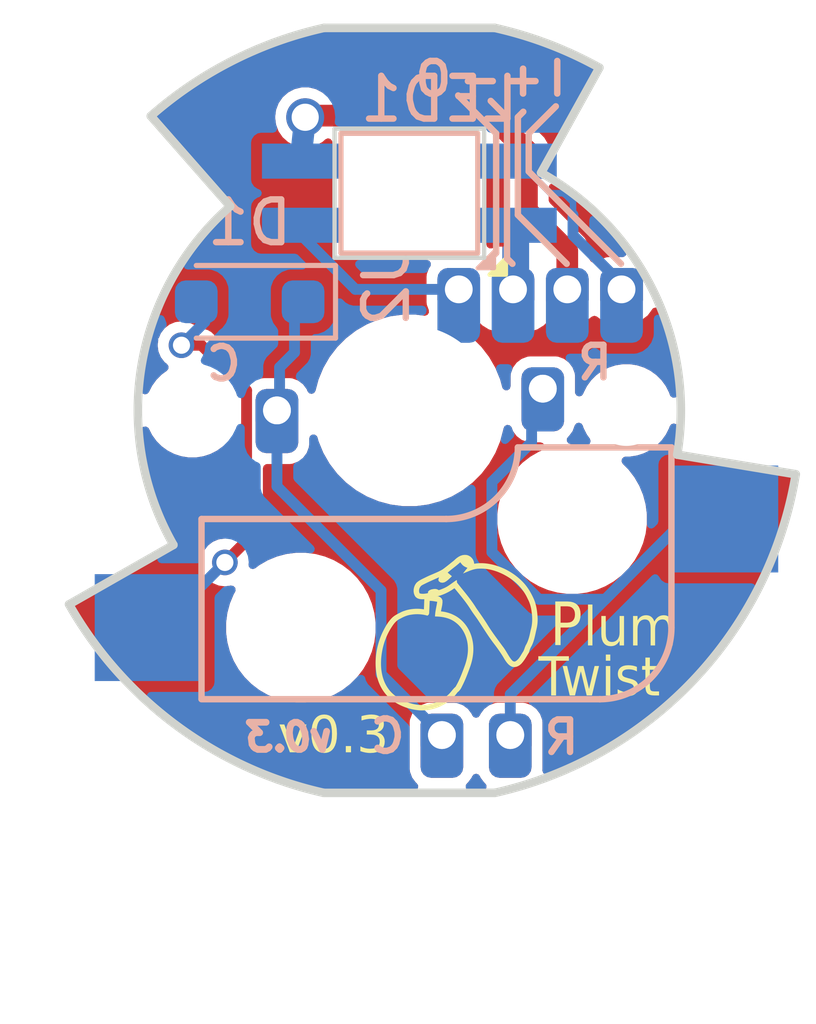
<source format=kicad_pcb>
(kicad_pcb (version 20240108) (generator "pcbnew") (generator_version "8.0")
  (layers (0 "F.Cu" signal) (31 "B.Cu" signal) (34 "B.Paste" user) (35 "F.Paste" user) (36 "B.SilkS" user "B.Silkscreen") (37 "F.SilkS" user "F.Silkscreen") (38 "B.Mask" user) (39 "F.Mask" user) (44 "Edge.Cuts" user))
  (net 0 "")
  (net 1 "/DIN")
  (net 2 "/DOUT")
  (net 3 "/C")
  (net 4 "/GND")
  (net 5 "/R")
  (net 6 "Net-(D1-Pad2)")
  (net 7 "/VDD")
  (footprint "modules:plum-kicad" (layer "F.Cu") (at 74.711129 172.098331)
    (property "Reference" "svg2mod" (hide yes))
    (property "Value" "G1" (hide yes))
    (fp_poly (pts (xy 1.219088 0.885771) (xy 1.171996 0.893194) (xy 1.12565 0.904725) (xy 1.079244 0.915927) (xy 1.077049 0.965019) (xy 1.075162 1.014123) (xy 1.07343 1.063233) (xy 1.071696 1.112343) (xy 1.069806 1.161446) (xy 1.067604 1.210536) (xy 1.020384 1.203787) (xy 0.972831 1.199352) (xy 0.92508 1.197255) (xy 0.877268 1.197521) (xy 0.829531 1.200174) (xy 0.782004 1.205238) (xy 0.734823 1.212738) (xy 0.688124 1.222698) (xy 0.642044 1.235143) (xy 0.596718 1.250097) (xy 0.552281 1.267584) (xy 0.507949 1.289943) (xy 0.463367 1.312399) (xy 0.419548 1.33619) (xy 0.377505 1.362555) (xy 0.33825 1.392732) (xy 0.302796 1.42796) (xy 0.269523 1.466175) (xy 0.238677 1.50624) (xy 0.209979 1.547881) (xy 0.183154 1.590825) (xy 0.157921 1.6348) (xy 0.134003 1.679533) (xy 0.111122 1.724751) (xy 0.088999 1.77018) (xy 0.068567 1.817392) (xy 0.049514 1.865224) (xy 0.031866 1.913626) (xy 0.015642 1.962551) (xy 0.000867 2.01195) (xy -0.012439 2.061774) (xy -0.024252 2.111975) (xy -0.03455 2.162504) (xy -0.043311 2.213314) (xy -0.050512 2.264356) (xy -0.056132 2.315581) (xy -0.060148 2.36694) (xy -0.062538 2.418387) (xy -0.063278 2.469871) (xy -0.062348 2.521345) (xy -0.059724 2.57276) (xy -0.055385 2.624068) (xy -0.049308 2.67522) (xy -0.04147 2.726169) (xy -0.031849 2.776864) (xy -0.020086 2.823625) (xy -0.006106 2.869824) (xy 0.010056 2.915341) (xy 0.028366 2.960055) (xy 0.048787 3.003845) (xy 0.071285 3.04659) (xy 0.095825 3.088168) (xy 0.122372 3.12846) (xy 0.15089 3.167345) (xy 0.181344 3.2047) (xy 0.2137 3.240406) (xy 0.247922 3.274341) (xy 0.283976 3.306384) (xy 0.321825 3.336415) (xy 0.361435 3.364312) (xy 0.403865 3.392042) (xy 0.447458 3.417852) (xy 0.492124 3.44174) (xy 0.537772 3.463705) (xy 0.584311 3.483747) (xy 0.63165 3.501863) (xy 0.679698 3.518052) (xy 0.728363 3.532314) (xy 0.777555 3.544646) (xy 0.827184 3.555048) (xy 0.877157 3.563518) (xy 0.927383 3.570054) (xy 0.977773 3.574657) (xy 0.994842 3.574984) (xy 0.994842 3.447912) (xy 0.942821 3.445069) (xy 0.89561 3.439317) (xy 0.848748 3.431296) (xy 0.802297 3.421121) (xy 0.756314 3.408906) (xy 0.710858 3.394765) (xy 0.665989 3.378813) (xy 0.621766 3.361166) (xy 0.578248 3.341936) (xy 0.535494 3.321239) (xy 0.494621 3.298664) (xy 0.454452 3.273871) (xy 0.415267 3.246907) (xy 0.377345 3.21782) (xy 0.340964 3.186657) (xy 0.306404 3.153464) (xy 0.273943 3.11829) (xy 0.243861 3.081181) (xy 0.216437 3.042184) (xy 0.190343 3.000359) (xy 0.166963 2.957074) (xy 0.146208 2.9125) (xy 0.12799 2.86681) (xy 0.112219 2.820176) (xy 0.098805 2.77277) (xy 0.087661 2.724765) (xy 0.078696 2.676333) (xy 0.071822 2.627646) (xy 0.067515 2.583538) (xy 0.06474 2.53829) (xy 0.063467 2.49224) (xy 0.063665 2.445722) (xy 0.065304 2.399074) (xy 0.068353 2.352632) (xy 0.072781 2.306733) (xy 0.078843 2.258548) (xy 0.086231 2.210758) (xy 0.094964 2.163365) (xy 0.105062 2.116365) (xy 0.116542 2.069759) (xy 0.129424 2.023545) (xy 0.143726 1.977723) (xy 0.159467 1.932291) (xy 0.176665 1.887248) (xy 0.19738 1.83792) (xy 0.219339 1.790209) (xy 0.242762 1.743762) (xy 0.267871 1.698224) (xy 0.294887 1.653241) (xy 0.324031 1.608459) (xy 0.349478 1.570948) (xy 0.377452 1.535058) (xy 0.408233 1.501705) (xy 0.442104 1.471806) (xy 0.479344 1.446276) (xy 0.520235 1.426031) (xy 0.56053 1.404408) (xy 0.601846 1.384616) (xy 0.644178 1.367203) (xy 0.687522 1.352714) (xy 0.731873 1.341698) (xy 0.777228 1.334702) (xy 0.824047 1.328636) (xy 0.871122 1.325189) (xy 0.918312 1.324343) (xy 0.965479 1.326084) (xy 1.012483 1.330394) (xy 1.059184 1.337258) (xy 1.105443 1.34666) (xy 1.151119 1.358583) (xy 1.179767 1.335267) (xy 1.191118 1.300276) (xy 1.191855 1.262693) (xy 1.194854 1.212605) (xy 1.197055 1.162438) (xy 1.198917 1.112247) (xy 1.2009 1.06209) (xy 1.203463 1.012021) (xy 1.247766 1.013983) (xy 1.291721 1.019551) (xy 1.335493 1.026843) (xy 1.379244 1.033974) (xy 1.371137 1.082985) (xy 1.361947 1.131856) (xy 1.352453 1.180688) (xy 1.343431 1.229582) (xy 1.33566 1.278639) (xy 1.329917 1.32796) (xy 1.326979 1.377646) (xy 1.377777 1.378967) (xy 1.428786 1.382373) (xy 1.479707 1.388132) (xy 1.530243 1.396511) (xy 1.580095 1.407777) (xy 1.628968 1.422199) (xy 1.676562 1.440043) (xy 1.72258 1.461577) (xy 1.766724 1.487069) (xy 1.808697 1.516786) (xy 1.848071 1.5484) (xy 1.884889 1.583256) (xy 1.918982 1.620866) (xy 1.950183 1.660741) (xy 1.978325 1.702394) (xy 2.00324 1.745335) (xy 2.02476 1.789078) (xy 2.043153 1.832861) (xy 2.058913 1.877535) (xy 2.072011 1.92289) (xy 2.082419 1.968715) (xy 2.090106 2.014803) (xy 2.095043 2.060943) (xy 2.098224 2.111609) (xy 2.098444 2.161922) (xy 2.095888 2.211914) (xy 2.09074 2.261617) (xy 2.083182 2.311064) (xy 2.0734 2.360286) (xy 2.061575 2.409317) (xy 2.047893 2.458188) (xy 2.032536 2.506932) (xy 2.015189 2.554511) (xy 1.997635 2.602248) (xy 1.97974 2.650038) (xy 1.961373 2.697774) (xy 1.942401 2.745353) (xy 1.922692 2.792669) (xy 1.902114 2.839617) (xy 1.880534 2.886093) (xy 1.85782 2.93199) (xy 1.833841 2.977204) (xy 1.808463 3.02163) (xy 1.774545 3.053563) (xy 1.743407 3.088156) (xy 1.713574 3.123999) (xy 1.683565 3.159684) (xy 1.651905 3.193804) (xy 1.617114 3.224949) (xy 1.580463 3.255232) (xy 1.54229 3.28344) (xy 1.50272 3.309537) (xy 1.461875 3.333489) (xy 1.419881 3.355261) (xy 1.37686 3.374819) (xy 1.332936 3.392128) (xy 1.288234 3.407154) (xy 1.242876 3.419862) (xy 1.196988 3.430217) (xy 1.146558 3.439023) (xy 1.096318 3.4449) (xy 1.045877 3.44786) (xy 0.994842 3.447912) (xy 0.994842 3.574984) (xy 1.028379 3.575626) (xy 1.078938 3.573988) (xy 1.129341 3.56979) (xy 1.179473 3.563081) (xy 1.229224 3.553906) (xy 1.278481 3.542314) (xy 1.327131 3.528352) (xy 1.375063 3.512067) (xy 1.422164 3.493507) (xy 1.468323 3.472719) (xy 1.513427 3.44975) (xy 1.557364 3.424648) (xy 1.600021 3.397461) (xy 1.641287 3.368235) (xy 1.68105 3.337017) (xy 1.719197 3.303857) (xy 1.755616 3.268799) (xy 1.790195 3.231893) (xy 1.822822 3.193186) (xy 1.853385 3.152724) (xy 1.888377 3.122967) (xy 1.917447 3.087832) (xy 1.941637 3.048921) (xy 1.961994 3.00784) (xy 1.985462 2.960765) (xy 2.007892 2.913211) (xy 2.029378 2.865228) (xy 2.050013 2.816867) (xy 2.069891 2.76818) (xy 2.089105 2.719216) (xy 2.10775 2.670027) (xy 2.125919 2.620664) (xy 2.143706 2.571177) (xy 2.161205 2.521618) (xy 2.176307 2.472417) (xy 2.189594 2.422603) (xy 2.200961 2.372274) (xy 2.210307 2.321527) (xy 2.217526 2.270456) (xy 2.222516 2.21916) (xy 2.225173 2.167735) (xy 2.225393 2.116277) (xy 2.223074 2.064883) (xy 2.218112 2.01365) (xy 2.210402 1.962673) (xy 2.199843 1.912051) (xy 2.187915 1.864911) (xy 2.173392 1.818404) (xy 2.15633 1.772697) (xy 2.136785 1.727954) (xy 2.114813 1.684341) (xy 2.090471 1.642022) (xy 2.063813 1.601165) (xy 2.034897 1.561932) (xy 2.003778 1.524491) (xy 1.970513 1.489007) (xy 1.935157 1.455644) (xy 1.897766 1.424568) (xy 1.858397 1.395945) (xy 1.817106 1.369939) (xy 1.773948 1.346716) (xy 1.732497 1.326948) (xy 1.69001 1.309516) (xy 1.646624 1.294453) (xy 1.602476 1.28179) (xy 1.557702 1.271556) (xy 1.512439 1.263785) (xy 1.466822 1.258505) (xy 1.476498 1.207203) (xy 1.487449 1.155842) (xy 1.497121 1.104314) (xy 1.502961 1.052512) (xy 1.502415 1.000328) (xy 1.48252 0.957513) (xy 1.448306 0.925477) (xy 1.40507 0.906247) (xy 1.358108 0.901849) (xy 1.311995 0.894237) (xy 1.265743 0.887636) (xy 1.219088 0.885771)) (fill solid) (layer "F.SilkS"))
    (fp_poly (pts (xy 2.025885 -0.063292) (xy 1.97486 -0.058457) (xy 1.926872 -0.043527) (xy 1.881833 -0.020566) (xy 1.839657 0.00836) (xy 1.800255 0.041187) (xy 1.763541 0.075849) (xy 1.726624 0.104661) (xy 1.689933 0.1338) (xy 1.653331 0.163069) (xy 1.616681 0.192268) (xy 1.579847 0.221201) (xy 1.542692 0.24967) (xy 1.505078 0.277477) (xy 1.46153 0.301685) (xy 1.41709 0.32405) (xy 1.371975 0.345022) (xy 1.326399 0.365049) (xy 1.280579 0.384581) (xy 1.234729 0.404065) (xy 1.189065 0.423952) (xy 1.143802 0.444691) (xy 1.099155 0.46673) (xy 1.055907 0.4875) (xy 1.012574 0.508794) (xy 0.970343 0.531988) (xy 0.930404 0.558456) (xy 0.893942 0.589576) (xy 0.868067 0.625459) (xy 0.848035 0.665296) (xy 0.834223 0.707887) (xy 0.827006 0.75203) (xy 0.826762 0.796527) (xy 0.833867 0.840177) (xy 0.848697 0.88178) (xy 0.871628 0.920136) (xy 0.910326 0.950359) (xy 0.955086 0.96731) (xy 1.00347 0.97428) (xy 1.053039 0.974565) (xy 1.101356 0.971457) (xy 1.143662 0.9665) (xy 1.185014 0.956495) (xy 1.225258 0.942629) (xy 1.264241 0.926085) (xy 1.314414 0.919799) (xy 1.363991 0.910487) (xy 1.41292 0.89835) (xy 1.461149 0.883592) (xy 1.508628 0.866414) (xy 1.555305 0.84702) (xy 1.60113 0.825613) (xy 1.64605 0.802394) (xy 1.690015 0.777566) (xy 1.732973 0.751333) (xy 1.759691 0.731944) (xy 1.785014 0.71859) (xy 1.81728 0.758099) (xy 1.849644 0.797556) (xy 1.882006 0.837033) (xy 1.914263 0.876601) (xy 1.946314 0.916334) (xy 1.978057 0.956302) (xy 2.00939 0.996578) (xy 2.040213 1.037234) (xy 2.070422 1.078341) (xy 2.099918 1.119971) (xy 2.128597 1.162197) (xy 2.156358 1.20509) (xy 2.183383 1.247553) (xy 2.211701 1.289129) (xy 2.240834 1.330147) (xy 2.270304 1.370938) (xy 2.299634 1.411832) (xy 2.328346 1.453159) (xy 2.355962 1.495251) (xy 2.383138 1.536828) (xy 2.410178 1.578503) (xy 2.437154 1.620227) (xy 2.464138 1.661949) (xy 2.491201 1.703618) (xy 2.518414 1.745185) (xy 2.54585 1.786598) (xy 2.573578 1.827808) (xy 2.601672 1.868764) (xy 2.630203 1.909416) (xy 2.659241 1.949713) (xy 2.688858 1.989605) (xy 2.719127 2.029042) (xy 2.750914 2.071276) (xy 2.782262 2.113846) (xy 2.813068 2.156806) (xy 2.843228 2.20021) (xy 2.872638 2.244113) (xy 2.901196 2.28857) (xy 2.928797 2.333636) (xy 2.955338 2.379364) (xy 2.983232 2.421864) (xy 3.014061 2.46317) (xy 3.048797 2.500852) (xy 3.088408 2.532479) (xy 3.133865 2.55562) (xy 3.181629 2.561762) (xy 3.196948 2.559663) (xy 3.196948 2.433308) (xy 3.153669 2.424947) (xy 3.120989 2.393452) (xy 3.093385 2.357255) (xy 3.065861 2.316444) (xy 3.039788 2.274643) (xy 3.014415 2.232334) (xy 2.98899 2.189996) (xy 2.962762 2.14811) (xy 2.934978 2.107156) (xy 2.904888 2.067615) (xy 2.873991 2.025456) (xy 2.842996 1.983352) (xy 2.811985 1.941248) (xy 2.781041 1.899091) (xy 2.750244 1.856826) (xy 2.719678 1.8144) (xy 2.689424 1.771759) (xy 2.659564 1.728848) (xy 2.63018 1.685613) (xy 2.601353 1.642001) (xy 2.573165 1.597958) (xy 2.545699 1.553429) (xy 2.518787 1.511444) (xy 2.491453 1.469735) (xy 2.463755 1.428266) (xy 2.435753 1.387002) (xy 2.407503 1.345906) (xy 2.379065 1.304943) (xy 2.350498 1.264077) (xy 2.321859 1.223272) (xy 2.293208 1.182492) (xy 2.266704 1.140101) (xy 2.239298 1.098345) (xy 2.211082 1.057164) (xy 2.182147 1.016495) (xy 2.152582 0.976274) (xy 2.12248 0.936441) (xy 2.091929 0.896932) (xy 2.061022 0.857686) (xy 2.029848 0.81864) (xy 1.998499 0.779731) (xy 1.967065 0.740897) (xy 1.935636 0.702076) (xy 1.904304 0.663206) (xy 1.873159 0.624224) (xy 1.842291 0.585068) (xy 1.840249 0.550582) (xy 1.836911 0.523662) (xy 1.797361 0.549035) (xy 1.758706 0.575904) (xy 1.720472 0.603466) (xy 1.682185 0.630916) (xy 1.643368 0.657451) (xy 1.603547 0.682266) (xy 1.562246 0.704558) (xy 1.518991 0.723523) (xy 1.484127 0.737781) (xy 1.449087 0.751533) (xy 1.414401 0.762099) (xy 1.374216 0.740153) (xy 1.329423 0.732592) (xy 1.283737 0.736913) (xy 1.237857 0.746372) (xy 1.195473 0.765795) (xy 1.161979 0.798193) (xy 1.166757 0.822718) (xy 1.150729 0.835068) (xy 1.104878 0.842563) (xy 1.058454 0.847296) (xy 1.012132 0.846482) (xy 0.966588 0.837333) (xy 0.95464 0.79779) (xy 0.954324 0.756746) (xy 0.964669 0.716938) (xy 0.984705 0.6811) (xy 1.013459 0.651972) (xy 1.049961 0.632287) (xy 1.095937 0.609396) (xy 1.142187 0.58706) (xy 1.188667 0.565208) (xy 1.235331 0.543771) (xy 1.282134 0.522678) (xy 1.329029 0.501861) (xy 1.375972 0.481248) (xy 1.422916 0.460771) (xy 1.411661 0.492723) (xy 1.405509 0.525778) (xy 1.41798 0.555403) (xy 1.456676 0.582404) (xy 1.502861 0.588769) (xy 1.549812 0.578287) (xy 1.590811 0.554745) (xy 1.62604 0.527605) (xy 1.65921 0.497995) (xy 1.691304 0.467134) (xy 1.723307 0.436239) (xy 1.689966 0.408123) (xy 1.656637 0.379993) (xy 1.623307 0.351864) (xy 1.659412 0.321103) (xy 1.696171 0.291131) (xy 1.733337 0.261654) (xy 1.770664 0.232377) (xy 1.807907 0.203007) (xy 1.844818 0.173249) (xy 1.881154 0.14281) (xy 1.916666 0.111396) (xy 1.917682 0.111084) (xy 1.919791 0.111396) (xy 1.945136 0.144383) (xy 1.972726 0.176244) (xy 2.007385 0.20315) (xy 2.046014 0.224072) (xy 2.086822 0.24038) (xy 2.060303 0.27322) (xy 2.034006 0.306235) (xy 2.007984 0.339468) (xy 1.982291 0.372958) (xy 2.029048 0.353707) (xy 2.075896 0.333967) (xy 2.122977 0.31469) (xy 2.170435 0.296829) (xy 2.218409 0.281338) (xy 2.267043 0.26917) (xy 2.316479 0.261276) (xy 2.366858 0.258611) (xy 2.416923 0.258078) (xy 2.466774 0.260107) (xy 2.516354 0.264599) (xy 2.565612 0.27146) (xy 2.614491 0.280591) (xy 2.662939 0.291896) (xy 2.710901 0.305278) (xy 2.758323 0.320641) (xy 2.805151 0.337887) (xy 2.851331 0.356921) (xy 2.896809 0.377645) (xy 2.94153 0.399962) (xy 2.98544 0.423777) (xy 3.028486 0.448991) (xy 3.070614 0.475509) (xy 3.111768 0.503234) (xy 3.152635 0.533481) (xy 3.192215 0.565428) (xy 3.230418 0.59902) (xy 3.267157 0.634204) (xy 3.302345 0.670926) (xy 3.335892 0.709134) (xy 3.367712 0.748772) (xy 3.397715 0.789789) (xy 3.425815 0.83213) (xy 3.451923 0.875741) (xy 3.475952 0.920569) (xy 3.497813 0.966561) (xy 3.518895 1.008837) (xy 3.537181 1.052272) (xy 3.552786 1.096704) (xy 3.565823 1.14197) (xy 3.576406 1.187909) (xy 3.584647 1.234357) (xy 3.590662 1.281153) (xy 3.596983 1.333199) (xy 3.600987 1.38552) (xy 3.602513 1.437967) (xy 3.601403 1.490388) (xy 3.597495 1.542633) (xy 3.590631 1.594552) (xy 3.58065 1.645994) (xy 3.567393 1.69681) (xy 3.557543 1.743685) (xy 3.547333 1.790437) (xy 3.536235 1.836857) (xy 3.52372 1.88274) (xy 3.50926 1.927877) (xy 3.492327 1.972061) (xy 3.472392 2.015086) (xy 3.448927 2.056742) (xy 3.431593 2.098827) (xy 3.416862 2.142033) (xy 3.399868 2.184062) (xy 3.375745 2.222617) (xy 3.351447 2.262194) (xy 3.327039 2.302684) (xy 3.300952 2.342063) (xy 3.27162 2.378309) (xy 3.237474 2.409398) (xy 3.196948 2.433308) (xy 3.196948 2.559663) (xy 3.228233 2.555378) (xy 3.272558 2.538513) (xy 3.313484 2.513212) (xy 3.349892 2.481518) (xy 3.380664 2.445476) (xy 3.407645 2.409898) (xy 3.432804 2.373029) (xy 3.45669 2.33528) (xy 3.479851 2.29706) (xy 3.502838 2.25878) (xy 3.526197 2.220849) (xy 3.537855 2.179105) (xy 3.55228 2.138333) (xy 3.570011 2.098955) (xy 3.591588 2.061396) (xy 3.612707 2.015226) (xy 3.63051 1.967875) (xy 3.645638 1.919589) (xy 3.658735 1.870613) (xy 3.670441 1.821192) (xy 3.681401 1.771571) (xy 3.692255 1.721996) (xy 3.703646 1.672712) (xy 3.714309 1.623116) (xy 3.722288 1.57308) (xy 3.72755 1.522718) (xy 3.730061 1.472146) (xy 3.729789 1.421478) (xy 3.726702 1.370829) (xy 3.722617 1.320679) (xy 3.717274 1.270519) (xy 3.710421 1.220505) (xy 3.701801 1.170792) (xy 3.69116 1.121536) (xy 3.678244 1.072893) (xy 3.662799 1.025018) (xy 3.644569 0.978069) (xy 3.623301 0.9322) (xy 3.601822 0.888069) (xy 3.579125 0.844508) (xy 3.555124 0.801649) (xy 3.529733 0.759623) (xy 3.502865 0.718561) (xy 3.474433 0.678595) (xy 3.444351 0.639857) (xy 3.412534 0.602478) (xy 3.378893 0.566588) (xy 3.343479 0.531425) (xy 3.306857 0.497518) (xy 3.26908 0.464895) (xy 3.230199 0.433584) (xy 3.190267 0.403611) (xy 3.149335 0.375005) (xy 3.107456 0.347793) (xy 3.064681 0.322003) (xy 3.021063 0.297661) (xy 2.976653 0.274796) (xy 2.931503 0.253436) (xy 2.885666 0.233607) (xy 2.839193 0.215337) (xy 2.792136 0.198654) (xy 2.744547 0.183585) (xy 2.696479 0.170158) (xy 2.647983 0.1584) (xy 2.59829 0.148526) (xy 2.54817 0.140653) (xy 2.497741 0.134939) (xy 2.447122 0.131542) (xy 2.39643 0.13062) (xy 2.345784 0.132332) (xy 2.295303 0.136834) (xy 2.245104 0.144286) (xy 2.237621 0.097302) (xy 2.219729 0.053231) (xy 2.192906 0.01379) (xy 2.158632 -0.019301) (xy 2.118385 -0.044324) (xy 2.073643 -0.05956) (xy 2.025885 -0.063292)) (fill solid) (layer "F.SilkS"))
  )
  (footprint "modules:Kailh_MX_Socket-jlc" (layer "B.Cu") (at 75.438 172.466 180)
    (property "Reference" "S1" (hide yes))
    (property "Value" "MX1A" (hide yes))
    (fp_line (start 4.865 1.27) (end 4.865 -2.94) (stroke (width 0.15)) (layer "B.SilkS"))
    (fp_line (start 4.865 1.27) (end -0.865 1.27) (stroke (width 0.15)) (layer "B.SilkS"))
    (fp_line (start 4.865 -2.945) (end -4.46 -2.945) (stroke (width 0.15)) (layer "B.SilkS"))
    (fp_line (start -2.54 2.945) (end -6.135 2.945) (stroke (width 0.15)) (layer "B.SilkS"))
    (fp_line (start -6.135 2.945) (end -6.135 -1.27) (stroke (width 0.15)) (layer "B.SilkS"))
    (fp_arc (start -2.54 2.945) (mid -2.049404 1.760596) (end -0.865 1.27) (stroke (width 0.15)) (layer "B.SilkS"))
    (fp_arc (start -6.135 -1.27) (mid -5.644404 -2.454404) (end -4.46 -2.945) (stroke (width 0.15)) (layer "B.SilkS"))
    (pad "" np_thru_hole circle (at -5.08 3.81) (size 1.66 1.66) (drill 1.66) (layers "*.Cu" "*.Mask"))
    (pad "" np_thru_hole circle (at -3.81 1.27) (size 3 3) (drill 3) (layers "*.Cu" "*.Mask"))
    (pad "" np_thru_hole circle (at 0 3.81) (size 3.98018 3.98018) (drill 3.98018) (layers "*.Cu" "*.Mask"))
    (pad "" np_thru_hole circle (at 2.54 -1.27) (size 3 3) (drill 3) (layers "*.Cu" "*.Mask"))
    (pad "" np_thru_hole circle (at 5.08 3.81) (size 1.7 1.7) (drill 1.7) (layers "*.Cu" "*.Mask"))
    (pad "1" smd rect (at -7.36 1.27) (size 2.55 2.5) (layers "B.Cu" "B.Paste" "B.Mask") (net 5 "/R"))
    (pad "2" smd rect (at 6.09 -1.27) (size 2.55 2.5) (layers "B.Cu" "B.Paste" "B.Mask") (net 6 "Net-(D1-Pad2)"))
  )
  (footprint "modules:Header_1x04_P1.27mm" (layer "B.Cu") (at 76.595 165.825 -90)
    (property "Reference" "J2" (at 0 1.695 90) (layer "B.SilkS") (effects (justify mirror)))
    (property "Value" "Conn_01x04_Male")
    (pad "1" thru_hole roundrect (at 0 0 270) (size 1 1) (drill 0.65) (layers "*.Cu" "*.Mask") (net 2 "/DOUT"))
    (pad "1" smd roundrect (at 0 0 270) (size 1.75 1) (drill (offset 0.375 0)) (layers "B.Cu" "B.Paste" "B.Mask") (net 2 "/DOUT"))
    (pad "2" thru_hole roundrect (at 0 -1.27 270) (size 1 1) (drill 0.65) (layers "*.Cu" "*.Mask") (net 4 "/GND"))
    (pad "2" smd roundrect (at 0 -1.27 270) (size 1.75 1) (drill (offset 0.375 0)) (layers "B.Cu" "B.Paste" "B.Mask") (net 4 "/GND"))
    (pad "3" thru_hole roundrect (at 0 -2.54 270) (size 1 1) (drill 0.65) (layers "*.Cu" "*.Mask") (net 7 "/VDD"))
    (pad "3" smd roundrect (at 0 -2.54 270) (size 1.75 1) (drill (offset 0.375 0)) (layers "B.Cu" "B.Paste" "B.Mask") (net 7 "/VDD"))
    (pad "4" thru_hole roundrect (at 0 -3.81 270) (size 1 1) (drill 0.65) (layers "*.Cu" "*.Mask") (net 1 "/DIN"))
    (pad "4" smd roundrect (at 0 -3.81 270) (size 1.75 1) (drill (offset 0.375 0)) (layers "B.Cu" "B.Paste" "B.Mask") (net 1 "/DIN"))
  )
  (footprint "modules:Header_1x01_P1.27mm" (layer "B.Cu") (at 78.5622 168.148 -90)
    (property "Reference" "J6" (hide yes))
    (property "Value" "Conn_01x01_Male")
    (pad "1" thru_hole roundrect (at 0 0 270) (size 1 1) (drill 0.65) (layers "*.Cu" "*.Mask") (net 5 "/R"))
    (pad "1" thru_hole roundrect (at 0 0 270) (size 1.5 1) (drill 0.65 (offset 0.25 0)) (layers "*.Cu" "*.Mask") (net 5 "/R"))
  )
  (footprint "Diode_SMD:D_SOD-323_HandSoldering" (layer "B.Cu") (at 71.7 166.116 180)
    (property "Reference" "D1" (at 0 1.85 180) (layer "B.SilkS") (effects (justify mirror)))
    (property "Value" "1N4148W-7-F")
    (fp_line (start 1.25 0.85) (end -2.01 0.85) (stroke (width 0.12)) (layer "B.SilkS"))
    (fp_line (start 1.25 -0.85) (end -2.01 -0.85) (stroke (width 0.12)) (layer "B.SilkS"))
    (fp_line (start -2.01 -0.85) (end -2.01 0.85) (stroke (width 0.12)) (layer "B.SilkS"))
    (pad "1" smd roundrect (at -1.25 0 180) (size 1 1) (layers "B.Cu" "B.Paste" "B.Mask") (net 3 "/C"))
    (pad "2" smd roundrect (at 1.25 0 180) (size 1 1) (layers "B.Cu" "B.Paste" "B.Mask") (net 6 "Net-(D1-Pad2)"))
  )
  (footprint "modules:LED_SK6812MINI_E_PLCC4_3.2x2.8mm_Shine_Through" (layer "B.Cu") (at 75.438 163.576 180)
    (property "Reference" "LED1" (at -0.7 2.2 0) (layer "B.SilkS") (effects (justify mirror)))
    (property "Value" "SK6812MINI_E")
    (fp_line (start 1.6 1.4) (end -1.6 1.4) (stroke (width 0.12)) (layer "B.SilkS"))
    (fp_line (start 1.6 -1.4) (end 1.6 1.4) (stroke (width 0.12)) (layer "B.SilkS"))
    (fp_line (start -1.6 1.4) (end -1.6 -1.4) (stroke (width 0.12)) (layer "B.SilkS"))
    (fp_line (start -1.6 -1.4) (end 1.6 -1.4) (stroke (width 0.12)) (layer "B.SilkS"))
    (pad "1" smd rect (at 2.55 0.75 180) (size 1.8 0.82) (layers "B.Cu" "B.Paste" "B.Mask") (net 7 "/VDD"))
    (pad "2" smd rect (at 2.55 -0.75 180) (size 1.8 0.82) (layers "B.Cu" "B.Paste" "B.Mask") (net 2 "/DOUT"))
    (pad "3" smd rect (at -2.55 -0.75 180) (size 1.8 0.82) (layers "B.Cu" "B.Paste" "B.Mask") (net 4 "/GND"))
    (pad "4" smd rect (at -2.55 0.75 180) (size 1.8 0.82) (layers "B.Cu" "B.Paste" "B.Mask") (net 1 "/DIN"))
  )
  (footprint "modules:Header_1x01_P1.27mm" (layer "B.Cu") (at 77.8 176.25 -90)
    (property "Reference" "J6" (hide yes))
    (property "Value" "Conn_01x01_Male")
    (pad "1" thru_hole roundrect (at 0 0 270) (size 1 1) (drill 0.65) (layers "*.Cu" "*.Mask") (net 5 "/R"))
    (pad "1" thru_hole roundrect (at 0 0 270) (size 1.5 1) (drill 0.65 (offset 0.25 0)) (layers "*.Cu" "*.Mask") (net 5 "/R"))
  )
  (footprint "modules:Header_1x01_P1.27mm" (layer "B.Cu") (at 72.3392 168.656 -90)
    (property "Reference" "J6" (hide yes))
    (property "Value" "Conn_01x01_Male")
    (pad "1" thru_hole roundrect (at 0 0 270) (size 1 1) (drill 0.65) (layers "*.Cu" "*.Mask") (net 3 "/C"))
    (pad "1" thru_hole roundrect (at 0 0 270) (size 1.5 1) (drill 0.65 (offset 0.25 0)) (layers "*.Cu" "*.Mask") (net 3 "/C"))
  )
  (footprint "modules:Header_1x01_P1.27mm" (layer "B.Cu") (at 76.2 176.25 -90)
    (property "Reference" "J6" (hide yes))
    (property "Value" "Conn_01x01_Male")
    (pad "1" thru_hole roundrect (at 0 0 270) (size 1 1) (drill 0.65) (layers "*.Cu" "*.Mask") (net 3 "/C"))
    (pad "1" thru_hole roundrect (at 0 0 270) (size 1.5 1) (drill 0.65 (offset 0.25 0)) (layers "*.Cu" "*.Mask") (net 3 "/C"))
  )
  (gr_poly (pts (xy 77.4192 164.9476) (xy 77.0382 165.3286) (xy 77.4192 165.3286)) (stroke (width 0.1)) (fill solid) (layer "B.SilkS"))
  (gr_line (start 77.724 165.1) (end 77.851 165.227) (stroke (width 0.15)) (layer "B.SilkS"))
  (gr_line (start 77.216 165.227) (end 77.47 164.973) (stroke (width 0.15)) (layer "B.SilkS"))
  (gr_line (start 80.391 165.227) (end 78.232 163.068) (stroke (width 0.15)) (layer "B.SilkS"))
  (gr_line (start 77.47 162.179) (end 76.581 161.29) (stroke (width 0.15)) (layer "B.SilkS"))
  (gr_line (start 78.232 163.068) (end 78.232 162.179) (stroke (width 0.15)) (layer "B.SilkS"))
  (gr_line (start 78.105 161.671) (end 77.978 161.798) (stroke (width 0.15)) (layer "B.SilkS"))
  (gr_line (start 77.47 164.973) (end 77.47 162.179) (stroke (width 0.15)) (layer "B.SilkS"))
  (gr_line (start 78.232 162.179) (end 78.867 161.544) (stroke (width 0.15)) (layer "B.SilkS"))
  (gr_line (start 77.724 165.1) (end 77.724 161.798) (stroke (width 0.15)) (layer "B.SilkS"))
  (gr_line (start 77.724 161.798) (end 77.343 161.417) (stroke (width 0.15)) (layer "B.SilkS"))
  (gr_line (start 77.978 164.084) (end 77.978 161.798) (stroke (width 0.15)) (layer "B.SilkS"))
  (gr_line (start 79.121 165.227) (end 77.978 164.084) (stroke (width 0.15)) (layer "B.SilkS"))
  (gr_poly (pts (xy 77.6986 165.1) (xy 77.3176 165.481) (xy 77.6986 165.481)) (stroke (width 0.1)) (fill solid) (layer "F.SilkS"))
  (gr_line (start 73.687 162.0655) (end 73.687 165.0865) (stroke (width 0.1)) (layer "Edge.Cuts"))
  (gr_line (start 73.687 165.0865) (end 77.189 165.0865) (stroke (width 0.1)) (layer "Edge.Cuts"))
  (gr_line (start 77.189 165.0865) (end 77.189 162.0655) (stroke (width 0.1)) (layer "Edge.Cuts"))
  (gr_line (start 77.189 162.0655) (end 73.687 162.0655) (stroke (width 0.1)) (layer "Edge.Cuts"))
  (gr_arc (start 69.385712 161.771075) (mid 71.282052 160.485289) (end 73.438008 159.709916) (stroke (width 0.2)) (layer "Edge.Cuts"))
  (gr_arc (start 84.482418 170.149603) (mid 82.099805 174.953044) (end 77.437995 177.602084) (stroke (width 0.2)) (layer "Edge.Cuts"))
  (gr_line (start 81.708377 169.691495) (end 84.482418 170.149603) (stroke (width 0.2)) (layer "Edge.Cuts"))
  (gr_line (start 77.437995 177.602084) (end 73.438003 177.602084) (stroke (width 0.2)) (layer "Edge.Cuts"))
  (gr_line (start 77.437995 159.709916) (end 73.438008 159.709916) (stroke (width 0.2)) (layer "Edge.Cuts"))
  (gr_arc (start 73.438003 177.602084) (mid 69.98936 176.027889) (end 67.472544 173.192952) (stroke (width 0.2)) (layer "Edge.Cuts"))
  (gr_line (start 78.52201 163.099128) (end 79.886387 160.640748) (stroke (width 0.2)) (layer "Edge.Cuts"))
  (gr_arc (start 77.437995 159.709916) (mid 78.69561 160.087429) (end 79.886387 160.640748) (stroke (width 0.2)) (layer "Edge.Cuts"))
  (gr_line (start 69.915651 171.801411) (end 67.472544 173.192952) (stroke (width 0.2)) (layer "Edge.Cuts"))
  (gr_arc (start 78.52201 163.099128) (mid 81.159978 165.890324) (end 81.708377 169.691495) (stroke (width 0.2)) (layer "Edge.Cuts"))
  (gr_line (start 71.242024 163.882769) (end 69.385712 161.771075) (stroke (width 0.2)) (layer "Edge.Cuts"))
  (gr_arc (start 69.915651 171.801411) (mid 69.170009 167.606111) (end 71.242024 163.882769) (stroke (width 0.2)) (layer "Edge.Cuts"))
  (gr_text "v0.3" (at 72.644 176.3 0) (layer "B.SilkS") (effects (font (size 0.635 0.635) (thickness 0.15875) (italic yes)) (justify mirror)))
  (gr_text "C" (at 74.93 176.276 0) (layer "B.SilkS") (effects (font (size 0.762 0.762)) (justify mirror)))
  (gr_text "O" (at 76 160.9 0) (layer "B.SilkS") (effects (font (size 0.762 0.762) (thickness 0.1524)) (justify mirror)))
  (gr_text "R" (at 79.7814 167.5384 0) (layer "B.SilkS") (effects (font (size 0.762 0.762)) (justify mirror)))
  (gr_text "+" (at 78.1 160.9 0) (layer "B.SilkS") (effects (font (size 0.762 0.762) (thickness 0.1524)) (justify mirror)))
  (gr_text "C" (at 71.0946 167.5638 0) (layer "B.SilkS") (effects (font (size 0.762 0.762)) (justify mirror)))
  (gr_text "I" (at 78.9 160.9 0) (layer "B.SilkS") (effects (font (size 0.762 0.762)) (justify mirror)))
  (gr_text "-" (at 77.1 160.9 0) (layer "B.SilkS") (effects (font (size 0.762 0.762) (thickness 0.1524)) (justify mirror)))
  (gr_text "R" (at 79 176.3 0) (layer "B.SilkS") (effects (font (size 0.762 0.762)) (justify mirror)))
  (gr_text "lum" (at 79.51 173.78 0) (layer "F.SilkS") (effects (font (size 0.9 0.83)) (justify left)))
  (gr_text "v0.3" (at 73.66 176.3 0) (layer "F.SilkS") (effects (font (size 0.85 0.85) (thickness 0.15875) (italic yes))))
  (gr_text "Twist" (at 78.46 174.95 0) (layer "F.SilkS") (effects (font (size 0.9 0.83)) (justify left)))
  (gr_text "P" (at 78.73 173.73 0) (layer "F.SilkS") (effects (font (size 1 0.9)) (justify left)))
  (segment (start 77.99 162.826) (end 78.74 163.576) (width 0.1524) (layer "B.Cu") (net 1))
  (segment (start 79.269 163.787962) (end 79.269 164.084) (width 0.1524) (layer "B.Cu") (net 1))
  (segment (start 80.405 165.695704) (end 79.269 164.559704) (width 0.254) (layer "B.Cu") (net 1))
  (segment (start 79.269 164.559704) (end 79.269 164.084) (width 0.254) (layer "B.Cu") (net 1))
  (segment (start 77.988 162.826) (end 77.99 162.826) (width 0.1524) (layer "B.Cu") (net 1))
  (segment (start 79.033813 163.576) (end 79.103644 163.622606) (width 0.1524) (layer "B.Cu") (net 1))
  (segment (start 79.103644 163.622606) (end 79.269 163.787962) (width 0.1524) (layer "B.Cu") (net 1))
  (segment (start 78.74 163.576) (end 79.033813 163.576) (width 0.1524) (layer "B.Cu") (net 1))
  (segment (start 80.405 165.825) (end 80.405 165.695704) (width 0.254) (layer "B.Cu") (net 1))
  (segment (start 72.888 164.537816) (end 72.888 164.326) (width 0.254) (layer "B.Cu") (net 2))
  (segment (start 76.595 165.825) (end 74.175184 165.825) (width 0.254) (layer "B.Cu") (net 2))
  (segment (start 74.175184 165.825) (end 72.888 164.537816) (width 0.254) (layer "B.Cu") (net 2))
  (segment (start 74.775 172.8698) (end 74.775 174.825) (width 0.254) (layer "B.Cu") (net 3))
  (segment (start 72.4 167.65) (end 72.75 167.3) (width 0.254) (layer "B.Cu") (net 3))
  (segment (start 72.3392 170.434) (end 74.775 172.8698) (width 0.254) (layer "B.Cu") (net 3))
  (segment (start 76.2 176.25) (end 74.775 174.825) (width 0.254) (layer "B.Cu") (net 3))
  (segment (start 72.3392 168.4488) (end 72.3392 170.434) (width 0.254) (layer "B.Cu") (net 3))
  (segment (start 72.4 169.2) (end 72.4 167.65) (width 0.254) (layer "B.Cu") (net 3))
  (segment (start 72.75 167.3) (end 72.75 166.116) (width 0.254) (layer "B.Cu") (net 3))
  (segment (start 77.988 164.326) (end 77.988 165.702) (width 0.508) (layer "B.Cu") (net 4))
  (segment (start 77.988 165.702) (end 77.865 165.825) (width 0.508) (layer "B.Cu") (net 4))
  (segment (start 77.371 170.329) (end 78.3 169.4) (width 0.254) (layer "B.Cu") (net 5))
  (segment (start 81.902479 171.196) (end 80.449239 172.649239) (width 0.254) (layer "B.Cu") (net 5))
  (segment (start 77.8 175.298478) (end 80.449239 172.649239) (width 0.254) (layer "B.Cu") (net 5))
  (segment (start 80.025479 173.073) (end 78.470521 173.073) (width 0.254) (layer "B.Cu") (net 5))
  (segment (start 77.371 171.973479) (end 77.371 170.329) (width 0.254) (layer "B.Cu") (net 5))
  (segment (start 78.3 169.4) (end 78.3 168.5) (width 0.254) (layer "B.Cu") (net 5))
  (segment (start 82.798 171.196) (end 81.902479 171.196) (width 0.254) (layer "B.Cu") (net 5))
  (segment (start 77.8 176.25) (end 77.8 175.298478) (width 0.254) (layer "B.Cu") (net 5))
  (segment (start 80.449239 172.649239) (end 80.025479 173.073) (width 0.254) (layer "B.Cu") (net 5))
  (segment (start 78.470521 173.073) (end 77.371 171.973479) (width 0.254) (layer "B.Cu") (net 5))
  (segment (start 71.628 168.19076) (end 70.56924 167.132) (width 0.254) (layer "F.Cu") (net 6))
  (segment (start 71.628 171.704) (end 71.628 168.19076) (width 0.254) (layer "F.Cu") (net 6))
  (segment (start 71.12 172.212) (end 71.628 171.704) (width 0.254) (layer "F.Cu") (net 6))
  (segment (start 70.56924 167.132) (end 70.104 167.132) (width 0.254) (layer "F.Cu") (net 6))
  (via (at 70.104 167.132) (size 0.6) (drill 0.4) (layers "F.Cu" "B.Cu") (net 6))
  (via (at 71.12 172.212) (size 0.6) (drill 0.4) (layers "F.Cu" "B.Cu") (net 6))
  (segment (start 70.65 166.586) (end 70.104 167.132) (width 0.254) (layer "B.Cu") (net 6))
  (segment (start 69.596 173.736) (end 71.12 172.212) (width 0.254) (layer "B.Cu") (net 6))
  (segment (start 70.65 166.116) (end 70.65 166.586) (width 0.254) (layer "B.Cu") (net 6))
  (segment (start 69.348 173.736) (end 69.596 173.736) (width 0.254) (layer "B.Cu") (net 6))
  (segment (start 79.135 164.935) (end 79.135 165.825) (width 0.508) (layer "F.Cu") (net 7))
  (segment (start 78.190121 163.990121) (end 79.135 164.935) (width 0.508) (layer "F.Cu") (net 7))
  (segment (start 78.190121 162.590121) (end 78.190121 163.990121) (width 0.508) (layer "F.Cu") (net 7))
  (segment (start 77.3615 161.7615) (end 78.190121 162.590121) (width 0.508) (layer "F.Cu") (net 7))
  (segment (start 73 161.8) (end 73.0385 161.7615) (width 0.508) (layer "F.Cu") (net 7))
  (segment (start 73.0385 161.7615) (end 77.3615 161.7615) (width 0.508) (layer "F.Cu") (net 7))
  (via (at 73 161.8) (size 0.889) (drill 0.635) (layers "F.Cu" "B.Cu") (net 7))
  (segment (start 72.888 162.826) (end 73 161.8) (width 0.508) (layer "B.Cu") (net 7))
  (zone (net 4) (net_name "/GND") (layer "F.Cu") (connect_pads (clearance 0.1)) (min_thickness 0.2) (fill yes (thermal_gap 0.5) (thermal_bridge_width 0.5) (island_removal_mode 1) (island_area_min 0))
    (polygon (pts (xy 65.913 159.131) (xy 84.963 159.131) (xy 84.963 178.181) (xy 65.913 178.181)))
  )
  (zone (net 4) (net_name "/GND") (layer "B.Cu") (connect_pads (clearance 0.1)) (min_thickness 0.2) (fill yes (thermal_gap 0.5) (thermal_bridge_width 0.5) (island_removal_mode 1) (island_area_min 0))
    (polygon (pts (xy 65.913 159.131) (xy 84.963 159.131) (xy 84.963 178.181) (xy 65.913 178.181)))
  )
)
</source>
